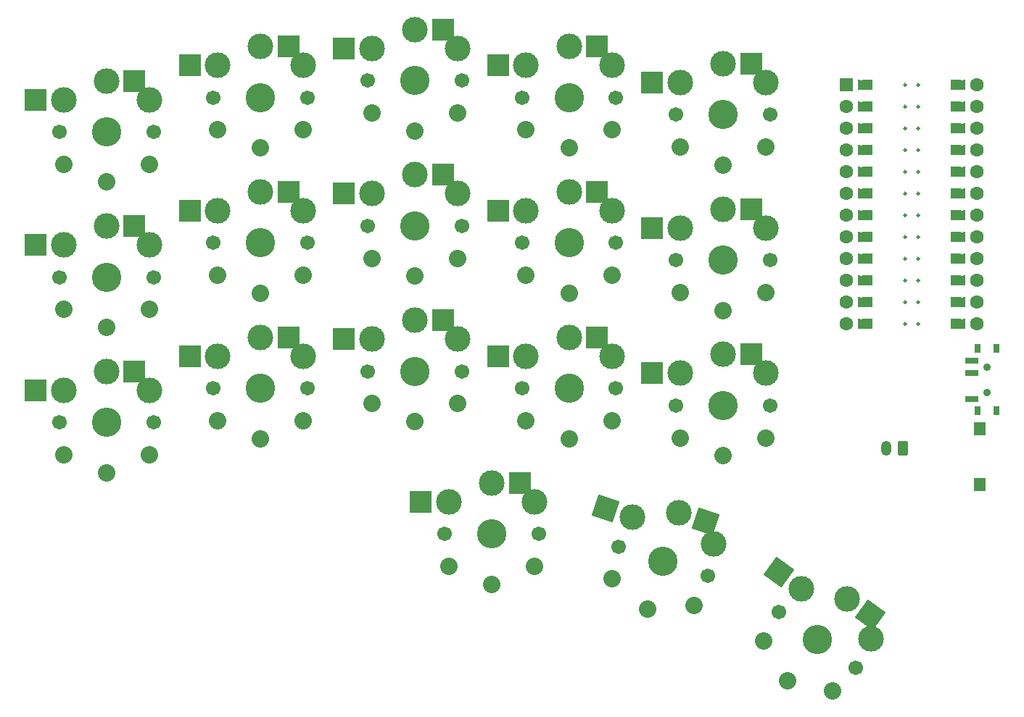
<source format=gbr>
%TF.GenerationSoftware,KiCad,Pcbnew,7.0.9*%
%TF.CreationDate,2023-11-22T09:36:00+00:00*%
%TF.ProjectId,vee_board_routed,7665655f-626f-4617-9264-5f726f757465,v1.0.0*%
%TF.SameCoordinates,Original*%
%TF.FileFunction,Soldermask,Top*%
%TF.FilePolarity,Negative*%
%FSLAX46Y46*%
G04 Gerber Fmt 4.6, Leading zero omitted, Abs format (unit mm)*
G04 Created by KiCad (PCBNEW 7.0.9) date 2023-11-22 09:36:00*
%MOMM*%
%LPD*%
G01*
G04 APERTURE LIST*
G04 Aperture macros list*
%AMRoundRect*
0 Rectangle with rounded corners*
0 $1 Rounding radius*
0 $2 $3 $4 $5 $6 $7 $8 $9 X,Y pos of 4 corners*
0 Add a 4 corners polygon primitive as box body*
4,1,4,$2,$3,$4,$5,$6,$7,$8,$9,$2,$3,0*
0 Add four circle primitives for the rounded corners*
1,1,$1+$1,$2,$3*
1,1,$1+$1,$4,$5*
1,1,$1+$1,$6,$7*
1,1,$1+$1,$8,$9*
0 Add four rect primitives between the rounded corners*
20,1,$1+$1,$2,$3,$4,$5,0*
20,1,$1+$1,$4,$5,$6,$7,0*
20,1,$1+$1,$6,$7,$8,$9,0*
20,1,$1+$1,$8,$9,$2,$3,0*%
%AMRotRect*
0 Rectangle, with rotation*
0 The origin of the aperture is its center*
0 $1 length*
0 $2 width*
0 $3 Rotation angle, in degrees counterclockwise*
0 Add horizontal line*
21,1,$1,$2,0,0,$3*%
%AMFreePoly0*
4,1,6,0.600000,0.200000,0.000000,-0.400000,-0.600000,0.200000,-0.600000,0.400000,0.600000,0.400000,0.600000,0.200000,0.600000,0.200000,$1*%
%AMFreePoly1*
4,1,6,0.600000,-0.250000,-0.600000,-0.250000,-0.600000,1.000000,0.000000,0.400000,0.600000,1.000000,0.600000,-0.250000,0.600000,-0.250000,$1*%
G04 Aperture macros list end*
%ADD10C,0.250000*%
%ADD11C,0.100000*%
%ADD12C,1.701800*%
%ADD13C,3.000000*%
%ADD14C,3.429000*%
%ADD15R,2.600000X2.600000*%
%ADD16C,2.032000*%
%ADD17R,1.400000X1.500000*%
%ADD18R,0.800000X1.000000*%
%ADD19C,0.900000*%
%ADD20R,1.500000X0.700000*%
%ADD21C,1.600000*%
%ADD22FreePoly0,270.000000*%
%ADD23FreePoly0,90.000000*%
%ADD24R,1.600000X1.600000*%
%ADD25FreePoly1,270.000000*%
%ADD26FreePoly1,90.000000*%
%ADD27RotRect,2.600000X2.600000X324.000000*%
%ADD28RoundRect,0.250000X0.350000X0.625000X-0.350000X0.625000X-0.350000X-0.625000X0.350000X-0.625000X0*%
%ADD29O,1.200000X1.750000*%
%ADD30RotRect,2.600000X2.600000X342.000000*%
G04 APERTURE END LIST*
D10*
%TO.C,MCU1*%
X277107000Y-117800000D02*
G75*
G03*
X277107000Y-117800000I-125000J0D01*
G01*
X275583000Y-117800000D02*
G75*
G03*
X275583000Y-117800000I-125000J0D01*
G01*
X277107000Y-120340000D02*
G75*
G03*
X277107000Y-120340000I-125000J0D01*
G01*
X275583000Y-120340000D02*
G75*
G03*
X275583000Y-120340000I-125000J0D01*
G01*
X277107000Y-122880000D02*
G75*
G03*
X277107000Y-122880000I-125000J0D01*
G01*
X275583000Y-122880000D02*
G75*
G03*
X275583000Y-122880000I-125000J0D01*
G01*
X277107000Y-125420000D02*
G75*
G03*
X277107000Y-125420000I-125000J0D01*
G01*
X275583000Y-125420000D02*
G75*
G03*
X275583000Y-125420000I-125000J0D01*
G01*
X277107000Y-127960000D02*
G75*
G03*
X277107000Y-127960000I-125000J0D01*
G01*
X275583000Y-127960000D02*
G75*
G03*
X275583000Y-127960000I-125000J0D01*
G01*
X277107000Y-130500000D02*
G75*
G03*
X277107000Y-130500000I-125000J0D01*
G01*
X275583000Y-130500000D02*
G75*
G03*
X275583000Y-130500000I-125000J0D01*
G01*
X277107000Y-133040000D02*
G75*
G03*
X277107000Y-133040000I-125000J0D01*
G01*
X275583000Y-133040000D02*
G75*
G03*
X275583000Y-133040000I-125000J0D01*
G01*
X277107000Y-135580000D02*
G75*
G03*
X277107000Y-135580000I-125000J0D01*
G01*
X275583000Y-135580000D02*
G75*
G03*
X275583000Y-135580000I-125000J0D01*
G01*
X277107000Y-138120000D02*
G75*
G03*
X277107000Y-138120000I-125000J0D01*
G01*
X275583000Y-138120000D02*
G75*
G03*
X275583000Y-138120000I-125000J0D01*
G01*
X277107000Y-140660000D02*
G75*
G03*
X277107000Y-140660000I-125000J0D01*
G01*
X275583000Y-140660000D02*
G75*
G03*
X275583000Y-140660000I-125000J0D01*
G01*
X277107000Y-143200000D02*
G75*
G03*
X277107000Y-143200000I-125000J0D01*
G01*
X275583000Y-143200000D02*
G75*
G03*
X275583000Y-143200000I-125000J0D01*
G01*
X277107000Y-145740000D02*
G75*
G03*
X277107000Y-145740000I-125000J0D01*
G01*
X275583000Y-145740000D02*
G75*
G03*
X275583000Y-145740000I-125000J0D01*
G01*
D11*
X271140000Y-118308000D02*
X270124000Y-118308000D01*
X270124000Y-117292000D01*
X271140000Y-117292000D01*
X271140000Y-118308000D01*
G36*
X271140000Y-118308000D02*
G01*
X270124000Y-118308000D01*
X270124000Y-117292000D01*
X271140000Y-117292000D01*
X271140000Y-118308000D01*
G37*
X282316000Y-118308000D02*
X281300000Y-118308000D01*
X281300000Y-117292000D01*
X282316000Y-117292000D01*
X282316000Y-118308000D01*
G36*
X282316000Y-118308000D02*
G01*
X281300000Y-118308000D01*
X281300000Y-117292000D01*
X282316000Y-117292000D01*
X282316000Y-118308000D01*
G37*
X271140000Y-120848000D02*
X270124000Y-120848000D01*
X270124000Y-119832000D01*
X271140000Y-119832000D01*
X271140000Y-120848000D01*
G36*
X271140000Y-120848000D02*
G01*
X270124000Y-120848000D01*
X270124000Y-119832000D01*
X271140000Y-119832000D01*
X271140000Y-120848000D01*
G37*
X282316000Y-120848000D02*
X281300000Y-120848000D01*
X281300000Y-119832000D01*
X282316000Y-119832000D01*
X282316000Y-120848000D01*
G36*
X282316000Y-120848000D02*
G01*
X281300000Y-120848000D01*
X281300000Y-119832000D01*
X282316000Y-119832000D01*
X282316000Y-120848000D01*
G37*
X271140000Y-123388000D02*
X270124000Y-123388000D01*
X270124000Y-122372000D01*
X271140000Y-122372000D01*
X271140000Y-123388000D01*
G36*
X271140000Y-123388000D02*
G01*
X270124000Y-123388000D01*
X270124000Y-122372000D01*
X271140000Y-122372000D01*
X271140000Y-123388000D01*
G37*
X282316000Y-123388000D02*
X281300000Y-123388000D01*
X281300000Y-122372000D01*
X282316000Y-122372000D01*
X282316000Y-123388000D01*
G36*
X282316000Y-123388000D02*
G01*
X281300000Y-123388000D01*
X281300000Y-122372000D01*
X282316000Y-122372000D01*
X282316000Y-123388000D01*
G37*
X271140000Y-125928000D02*
X270124000Y-125928000D01*
X270124000Y-124912000D01*
X271140000Y-124912000D01*
X271140000Y-125928000D01*
G36*
X271140000Y-125928000D02*
G01*
X270124000Y-125928000D01*
X270124000Y-124912000D01*
X271140000Y-124912000D01*
X271140000Y-125928000D01*
G37*
X282316000Y-125928000D02*
X281300000Y-125928000D01*
X281300000Y-124912000D01*
X282316000Y-124912000D01*
X282316000Y-125928000D01*
G36*
X282316000Y-125928000D02*
G01*
X281300000Y-125928000D01*
X281300000Y-124912000D01*
X282316000Y-124912000D01*
X282316000Y-125928000D01*
G37*
X271140000Y-128468000D02*
X270124000Y-128468000D01*
X270124000Y-127452000D01*
X271140000Y-127452000D01*
X271140000Y-128468000D01*
G36*
X271140000Y-128468000D02*
G01*
X270124000Y-128468000D01*
X270124000Y-127452000D01*
X271140000Y-127452000D01*
X271140000Y-128468000D01*
G37*
X282316000Y-128468000D02*
X281300000Y-128468000D01*
X281300000Y-127452000D01*
X282316000Y-127452000D01*
X282316000Y-128468000D01*
G36*
X282316000Y-128468000D02*
G01*
X281300000Y-128468000D01*
X281300000Y-127452000D01*
X282316000Y-127452000D01*
X282316000Y-128468000D01*
G37*
X271140000Y-131008000D02*
X270124000Y-131008000D01*
X270124000Y-129992000D01*
X271140000Y-129992000D01*
X271140000Y-131008000D01*
G36*
X271140000Y-131008000D02*
G01*
X270124000Y-131008000D01*
X270124000Y-129992000D01*
X271140000Y-129992000D01*
X271140000Y-131008000D01*
G37*
X282316000Y-131008000D02*
X281300000Y-131008000D01*
X281300000Y-129992000D01*
X282316000Y-129992000D01*
X282316000Y-131008000D01*
G36*
X282316000Y-131008000D02*
G01*
X281300000Y-131008000D01*
X281300000Y-129992000D01*
X282316000Y-129992000D01*
X282316000Y-131008000D01*
G37*
X271140000Y-133548000D02*
X270124000Y-133548000D01*
X270124000Y-132532000D01*
X271140000Y-132532000D01*
X271140000Y-133548000D01*
G36*
X271140000Y-133548000D02*
G01*
X270124000Y-133548000D01*
X270124000Y-132532000D01*
X271140000Y-132532000D01*
X271140000Y-133548000D01*
G37*
X282316000Y-133548000D02*
X281300000Y-133548000D01*
X281300000Y-132532000D01*
X282316000Y-132532000D01*
X282316000Y-133548000D01*
G36*
X282316000Y-133548000D02*
G01*
X281300000Y-133548000D01*
X281300000Y-132532000D01*
X282316000Y-132532000D01*
X282316000Y-133548000D01*
G37*
X271140000Y-136088000D02*
X270124000Y-136088000D01*
X270124000Y-135072000D01*
X271140000Y-135072000D01*
X271140000Y-136088000D01*
G36*
X271140000Y-136088000D02*
G01*
X270124000Y-136088000D01*
X270124000Y-135072000D01*
X271140000Y-135072000D01*
X271140000Y-136088000D01*
G37*
X282316000Y-136088000D02*
X281300000Y-136088000D01*
X281300000Y-135072000D01*
X282316000Y-135072000D01*
X282316000Y-136088000D01*
G36*
X282316000Y-136088000D02*
G01*
X281300000Y-136088000D01*
X281300000Y-135072000D01*
X282316000Y-135072000D01*
X282316000Y-136088000D01*
G37*
X271140000Y-138628000D02*
X270124000Y-138628000D01*
X270124000Y-137612000D01*
X271140000Y-137612000D01*
X271140000Y-138628000D01*
G36*
X271140000Y-138628000D02*
G01*
X270124000Y-138628000D01*
X270124000Y-137612000D01*
X271140000Y-137612000D01*
X271140000Y-138628000D01*
G37*
X282316000Y-138628000D02*
X281300000Y-138628000D01*
X281300000Y-137612000D01*
X282316000Y-137612000D01*
X282316000Y-138628000D01*
G36*
X282316000Y-138628000D02*
G01*
X281300000Y-138628000D01*
X281300000Y-137612000D01*
X282316000Y-137612000D01*
X282316000Y-138628000D01*
G37*
X271140000Y-141168000D02*
X270124000Y-141168000D01*
X270124000Y-140152000D01*
X271140000Y-140152000D01*
X271140000Y-141168000D01*
G36*
X271140000Y-141168000D02*
G01*
X270124000Y-141168000D01*
X270124000Y-140152000D01*
X271140000Y-140152000D01*
X271140000Y-141168000D01*
G37*
X282316000Y-141168000D02*
X281300000Y-141168000D01*
X281300000Y-140152000D01*
X282316000Y-140152000D01*
X282316000Y-141168000D01*
G36*
X282316000Y-141168000D02*
G01*
X281300000Y-141168000D01*
X281300000Y-140152000D01*
X282316000Y-140152000D01*
X282316000Y-141168000D01*
G37*
X271140000Y-143708000D02*
X270124000Y-143708000D01*
X270124000Y-142692000D01*
X271140000Y-142692000D01*
X271140000Y-143708000D01*
G36*
X271140000Y-143708000D02*
G01*
X270124000Y-143708000D01*
X270124000Y-142692000D01*
X271140000Y-142692000D01*
X271140000Y-143708000D01*
G37*
X282316000Y-143708000D02*
X281300000Y-143708000D01*
X281300000Y-142692000D01*
X282316000Y-142692000D01*
X282316000Y-143708000D01*
G36*
X282316000Y-143708000D02*
G01*
X281300000Y-143708000D01*
X281300000Y-142692000D01*
X282316000Y-142692000D01*
X282316000Y-143708000D01*
G37*
X271140000Y-146248000D02*
X270124000Y-146248000D01*
X270124000Y-145232000D01*
X271140000Y-145232000D01*
X271140000Y-146248000D01*
G36*
X271140000Y-146248000D02*
G01*
X270124000Y-146248000D01*
X270124000Y-145232000D01*
X271140000Y-145232000D01*
X271140000Y-146248000D01*
G37*
X282316000Y-146248000D02*
X281300000Y-146248000D01*
X281300000Y-145232000D01*
X282316000Y-145232000D01*
X282316000Y-146248000D01*
G36*
X282316000Y-146248000D02*
G01*
X281300000Y-146248000D01*
X281300000Y-145232000D01*
X282316000Y-145232000D01*
X282316000Y-146248000D01*
G37*
%TD*%
D12*
%TO.C,S11*%
X230720000Y-136270000D03*
D13*
X231220000Y-132520000D03*
X236220000Y-130320000D03*
X236220000Y-130320000D03*
D14*
X236220000Y-136270000D03*
D13*
X241220000Y-132520000D03*
D12*
X241720000Y-136270000D03*
D15*
X239495000Y-130320000D03*
X227945000Y-132520000D03*
%TD*%
D12*
%TO.C,S4*%
X194720000Y-153270000D03*
D13*
X195220000Y-149520000D03*
X200220000Y-147320000D03*
X200220000Y-147320000D03*
D14*
X200220000Y-153270000D03*
D13*
X205220000Y-149520000D03*
D12*
X205720000Y-153270000D03*
D15*
X203495000Y-147320000D03*
X191945000Y-149520000D03*
%TD*%
D12*
%TO.C,S9*%
X212720000Y-117270000D03*
D13*
X213220000Y-113520000D03*
X218220000Y-111320000D03*
X218220000Y-111320000D03*
D14*
X218220000Y-117270000D03*
D13*
X223220000Y-113520000D03*
D12*
X223720000Y-117270000D03*
D15*
X221495000Y-111320000D03*
X209945000Y-113520000D03*
%TD*%
D12*
%TO.C,S26*%
X223720000Y-134270000D03*
D14*
X218220000Y-134270000D03*
D12*
X212720000Y-134270000D03*
D16*
X223220000Y-138070000D03*
X213220000Y-138070000D03*
X218220000Y-140170000D03*
X218220000Y-140170000D03*
%TD*%
D17*
%TO.C,S37*%
X284220000Y-164520000D03*
X284220000Y-158020000D03*
%TD*%
D12*
%TO.C,S12*%
X230720000Y-119270000D03*
D13*
X231220000Y-115520000D03*
X236220000Y-113320000D03*
X236220000Y-113320000D03*
D14*
X236220000Y-119270000D03*
D13*
X241220000Y-115520000D03*
D12*
X241720000Y-119270000D03*
D15*
X239495000Y-113320000D03*
X227945000Y-115520000D03*
%TD*%
D12*
%TO.C,S5*%
X194720000Y-136270000D03*
D13*
X195220000Y-132520000D03*
X200220000Y-130320000D03*
X200220000Y-130320000D03*
D14*
X200220000Y-136270000D03*
D13*
X205220000Y-132520000D03*
D12*
X205720000Y-136270000D03*
D15*
X203495000Y-130320000D03*
X191945000Y-132520000D03*
%TD*%
D12*
%TO.C,S1*%
X176720000Y-157270000D03*
D13*
X177220000Y-153520000D03*
X182220000Y-151320000D03*
X182220000Y-151320000D03*
D14*
X182220000Y-157270000D03*
D13*
X187220000Y-153520000D03*
D12*
X187720000Y-157270000D03*
D15*
X185495000Y-151320000D03*
X173945000Y-153520000D03*
%TD*%
D12*
%TO.C,S34*%
X232720000Y-170270000D03*
D14*
X227220000Y-170270000D03*
D12*
X221720000Y-170270000D03*
D16*
X232220000Y-174070000D03*
X222220000Y-174070000D03*
X227220000Y-176170000D03*
X227220000Y-176170000D03*
%TD*%
D12*
%TO.C,S29*%
X241720000Y-136270000D03*
D14*
X236220000Y-136270000D03*
D12*
X230720000Y-136270000D03*
D16*
X241220000Y-140070000D03*
X231220000Y-140070000D03*
X236220000Y-142170000D03*
X236220000Y-142170000D03*
%TD*%
D18*
%TO.C,T1*%
X283940000Y-155920000D03*
X286150000Y-155920000D03*
D19*
X285050000Y-153770000D03*
X285050000Y-153770000D03*
X285050000Y-150770000D03*
X285050000Y-150770000D03*
D20*
X283290000Y-150020000D03*
D18*
X283940000Y-148620000D03*
X286150000Y-148620000D03*
D20*
X283290000Y-154520000D03*
X283290000Y-151520000D03*
%TD*%
D12*
%TO.C,S28*%
X241720000Y-153270000D03*
D14*
X236220000Y-153270000D03*
D12*
X230720000Y-153270000D03*
D16*
X241220000Y-157070000D03*
X231220000Y-157070000D03*
X236220000Y-159170000D03*
X236220000Y-159170000D03*
%TD*%
D12*
%TO.C,S2*%
X176720000Y-140270000D03*
D13*
X177220000Y-136520000D03*
X182220000Y-134320000D03*
X182220000Y-134320000D03*
D14*
X182220000Y-140270000D03*
D13*
X187220000Y-136520000D03*
D12*
X187720000Y-140270000D03*
D15*
X185495000Y-134320000D03*
X173945000Y-136520000D03*
%TD*%
D12*
%TO.C,S8*%
X212720000Y-134270000D03*
D13*
X213220000Y-130520000D03*
X218220000Y-128320000D03*
X218220000Y-128320000D03*
D14*
X218220000Y-134270000D03*
D13*
X223220000Y-130520000D03*
D12*
X223720000Y-134270000D03*
D15*
X221495000Y-128320000D03*
X209945000Y-130520000D03*
%TD*%
D12*
%TO.C,S20*%
X187720000Y-140270000D03*
D14*
X182220000Y-140270000D03*
D12*
X176720000Y-140270000D03*
D16*
X187220000Y-144070000D03*
X177220000Y-144070000D03*
X182220000Y-146170000D03*
X182220000Y-146170000D03*
%TD*%
D21*
%TO.C,MCU1*%
X283840000Y-117800000D03*
D22*
X282062000Y-117800000D03*
D23*
X270378000Y-117800000D03*
D21*
X268600000Y-117800000D03*
D24*
X268600000Y-117800000D03*
D21*
X283840000Y-120340000D03*
D22*
X282062000Y-120340000D03*
D23*
X270378000Y-120340000D03*
D21*
X268600000Y-120340000D03*
X283840000Y-122880000D03*
D22*
X282062000Y-122880000D03*
D23*
X270378000Y-122880000D03*
D21*
X268600000Y-122880000D03*
X283840000Y-125420000D03*
D22*
X282062000Y-125420000D03*
D23*
X270378000Y-125420000D03*
D21*
X268600000Y-125420000D03*
X283840000Y-127960000D03*
D22*
X282062000Y-127960000D03*
D23*
X270378000Y-127960000D03*
D21*
X268600000Y-127960000D03*
X283840000Y-130500000D03*
D22*
X282062000Y-130500000D03*
D23*
X270378000Y-130500000D03*
D21*
X268600000Y-130500000D03*
X283840000Y-133040000D03*
D22*
X282062000Y-133040000D03*
D23*
X270378000Y-133040000D03*
D21*
X268600000Y-133040000D03*
X283840000Y-135580000D03*
D22*
X282062000Y-135580000D03*
D23*
X270378000Y-135580000D03*
D21*
X268600000Y-135580000D03*
X283840000Y-138120000D03*
D22*
X282062000Y-138120000D03*
D23*
X270378000Y-138120000D03*
D21*
X268600000Y-138120000D03*
X283840000Y-140660000D03*
D22*
X282062000Y-140660000D03*
D23*
X270378000Y-140660000D03*
D21*
X268600000Y-140660000D03*
X283840000Y-143200000D03*
D22*
X282062000Y-143200000D03*
D23*
X270378000Y-143200000D03*
D21*
X268600000Y-143200000D03*
X283840000Y-145740000D03*
D22*
X282062000Y-145740000D03*
D23*
X270378000Y-145740000D03*
D21*
X268600000Y-145740000D03*
D25*
X281046000Y-117800000D03*
X281046000Y-120340000D03*
X281046000Y-122880000D03*
X281046000Y-125420000D03*
X281046000Y-127960000D03*
X281046000Y-130500000D03*
X281046000Y-133040000D03*
X281046000Y-135580000D03*
X281046000Y-138120000D03*
X281046000Y-140660000D03*
X281046000Y-143200000D03*
X281046000Y-145740000D03*
D26*
X271394000Y-145740000D03*
X271394000Y-143200000D03*
X271394000Y-140660000D03*
X271394000Y-138120000D03*
X271394000Y-135580000D03*
X271394000Y-133040000D03*
X271394000Y-130500000D03*
X271394000Y-127960000D03*
X271394000Y-125420000D03*
X271394000Y-122880000D03*
X271394000Y-120340000D03*
X271394000Y-117800000D03*
%TD*%
D12*
%TO.C,S23*%
X205720000Y-136270000D03*
D14*
X200220000Y-136270000D03*
D12*
X194720000Y-136270000D03*
D16*
X205220000Y-140070000D03*
X195220000Y-140070000D03*
X200220000Y-142170000D03*
X200220000Y-142170000D03*
%TD*%
D12*
%TO.C,S13*%
X248720000Y-155270000D03*
D13*
X249220000Y-151520000D03*
X254220000Y-149320000D03*
X254220000Y-149320000D03*
D14*
X254220000Y-155270000D03*
D13*
X259220000Y-151520000D03*
D12*
X259720000Y-155270000D03*
D15*
X257495000Y-149320000D03*
X245945000Y-151520000D03*
%TD*%
D12*
%TO.C,S25*%
X223720000Y-151270000D03*
D14*
X218220000Y-151270000D03*
D12*
X212720000Y-151270000D03*
D16*
X223220000Y-155070000D03*
X213220000Y-155070000D03*
X218220000Y-157170000D03*
X218220000Y-157170000D03*
%TD*%
D12*
%TO.C,S35*%
X252450811Y-175169593D03*
D14*
X247220000Y-173470000D03*
D12*
X241989189Y-171770407D03*
D16*
X250801018Y-178629100D03*
X241290453Y-175538930D03*
X245396800Y-179081233D03*
X245396800Y-179081233D03*
%TD*%
D12*
%TO.C,S16*%
X221720000Y-170270000D03*
D13*
X222220000Y-166520000D03*
X227220000Y-164320000D03*
X227220000Y-164320000D03*
D14*
X227220000Y-170270000D03*
D13*
X232220000Y-166520000D03*
D12*
X232720000Y-170270000D03*
D15*
X230495000Y-164320000D03*
X218945000Y-166520000D03*
%TD*%
D12*
%TO.C,S18*%
X260770407Y-179437181D03*
D13*
X263379110Y-176697260D03*
X268717322Y-177856349D03*
X268717322Y-177856349D03*
D14*
X265220000Y-182670000D03*
D13*
X271469280Y-182575113D03*
D12*
X269669593Y-185902819D03*
D27*
X271366853Y-179781346D03*
X260729579Y-174772263D03*
%TD*%
D12*
%TO.C,S21*%
X187720000Y-123270000D03*
D14*
X182220000Y-123270000D03*
D12*
X176720000Y-123270000D03*
D16*
X187220000Y-127070000D03*
X177220000Y-127070000D03*
X182220000Y-129170000D03*
X182220000Y-129170000D03*
%TD*%
D28*
%TO.C,_1*%
X275220000Y-160270000D03*
D29*
X273220000Y-160270000D03*
%TD*%
D12*
%TO.C,S22*%
X205720000Y-153270000D03*
D14*
X200220000Y-153270000D03*
D12*
X194720000Y-153270000D03*
D16*
X205220000Y-157070000D03*
X195220000Y-157070000D03*
X200220000Y-159170000D03*
X200220000Y-159170000D03*
%TD*%
D12*
%TO.C,S24*%
X205720000Y-119270000D03*
D14*
X200220000Y-119270000D03*
D12*
X194720000Y-119270000D03*
D16*
X205220000Y-123070000D03*
X195220000Y-123070000D03*
X200220000Y-125170000D03*
X200220000Y-125170000D03*
%TD*%
D12*
%TO.C,S3*%
X176720000Y-123270000D03*
D13*
X177220000Y-119520000D03*
X182220000Y-117320000D03*
X182220000Y-117320000D03*
D14*
X182220000Y-123270000D03*
D13*
X187220000Y-119520000D03*
D12*
X187720000Y-123270000D03*
D15*
X185495000Y-117320000D03*
X173945000Y-119520000D03*
%TD*%
D12*
%TO.C,S33*%
X259720000Y-121270000D03*
D14*
X254220000Y-121270000D03*
D12*
X248720000Y-121270000D03*
D16*
X259220000Y-125070000D03*
X249220000Y-125070000D03*
X254220000Y-127170000D03*
X254220000Y-127170000D03*
%TD*%
D12*
%TO.C,S7*%
X212720000Y-151270000D03*
D13*
X213220000Y-147520000D03*
X218220000Y-145320000D03*
X218220000Y-145320000D03*
D14*
X218220000Y-151270000D03*
D13*
X223220000Y-147520000D03*
D12*
X223720000Y-151270000D03*
D15*
X221495000Y-145320000D03*
X209945000Y-147520000D03*
%TD*%
D12*
%TO.C,S27*%
X223720000Y-117270000D03*
D14*
X218220000Y-117270000D03*
D12*
X212720000Y-117270000D03*
D16*
X223220000Y-121070000D03*
X213220000Y-121070000D03*
X218220000Y-123170000D03*
X218220000Y-123170000D03*
%TD*%
D12*
%TO.C,S19*%
X187720000Y-157270000D03*
D14*
X182220000Y-157270000D03*
D12*
X176720000Y-157270000D03*
D16*
X187220000Y-161070000D03*
X177220000Y-161070000D03*
X182220000Y-163170000D03*
X182220000Y-163170000D03*
%TD*%
D12*
%TO.C,S10*%
X230720000Y-153270000D03*
D13*
X231220000Y-149520000D03*
X236220000Y-147320000D03*
X236220000Y-147320000D03*
D14*
X236220000Y-153270000D03*
D13*
X241220000Y-149520000D03*
D12*
X241720000Y-153270000D03*
D15*
X239495000Y-147320000D03*
X227945000Y-149520000D03*
%TD*%
D12*
%TO.C,S14*%
X248720000Y-138270000D03*
D13*
X249220000Y-134520000D03*
X254220000Y-132320000D03*
X254220000Y-132320000D03*
D14*
X254220000Y-138270000D03*
D13*
X259220000Y-134520000D03*
D12*
X259720000Y-138270000D03*
D15*
X257495000Y-132320000D03*
X245945000Y-134520000D03*
%TD*%
D12*
%TO.C,S31*%
X259720000Y-155270000D03*
D14*
X254220000Y-155270000D03*
D12*
X248720000Y-155270000D03*
D16*
X259220000Y-159070000D03*
X249220000Y-159070000D03*
X254220000Y-161170000D03*
X254220000Y-161170000D03*
%TD*%
D12*
%TO.C,S6*%
X194720000Y-119270000D03*
D13*
X195220000Y-115520000D03*
X200220000Y-113320000D03*
X200220000Y-113320000D03*
D14*
X200220000Y-119270000D03*
D13*
X205220000Y-115520000D03*
D12*
X205720000Y-119270000D03*
D15*
X203495000Y-113320000D03*
X191945000Y-115520000D03*
%TD*%
D12*
%TO.C,S15*%
X248720000Y-121270000D03*
D13*
X249220000Y-117520000D03*
X254220000Y-115320000D03*
X254220000Y-115320000D03*
D14*
X254220000Y-121270000D03*
D13*
X259220000Y-117520000D03*
D12*
X259720000Y-121270000D03*
D15*
X257495000Y-115320000D03*
X245945000Y-117520000D03*
%TD*%
D12*
%TO.C,S32*%
X259720000Y-138270000D03*
D14*
X254220000Y-138270000D03*
D12*
X248720000Y-138270000D03*
D16*
X259220000Y-142070000D03*
X249220000Y-142070000D03*
X254220000Y-144170000D03*
X254220000Y-144170000D03*
%TD*%
D12*
%TO.C,S36*%
X269669593Y-185902819D03*
D14*
X265220000Y-182670000D03*
D12*
X260770407Y-179437181D03*
D16*
X267031501Y-188683191D03*
X258941331Y-182805338D03*
X261752067Y-187443200D03*
X261752067Y-187443200D03*
%TD*%
D12*
%TO.C,S17*%
X241989189Y-171770407D03*
D13*
X243623531Y-168358453D03*
X249058651Y-167811214D03*
X249058651Y-167811214D03*
D14*
X247220000Y-173470000D03*
D13*
X253134096Y-171448623D03*
D12*
X252450811Y-175169593D03*
D30*
X252173361Y-168823244D03*
X240508821Y-167346422D03*
%TD*%
D12*
%TO.C,S30*%
X241720000Y-119270000D03*
D14*
X236220000Y-119270000D03*
D12*
X230720000Y-119270000D03*
D16*
X241220000Y-123070000D03*
X231220000Y-123070000D03*
X236220000Y-125170000D03*
X236220000Y-125170000D03*
%TD*%
M02*

</source>
